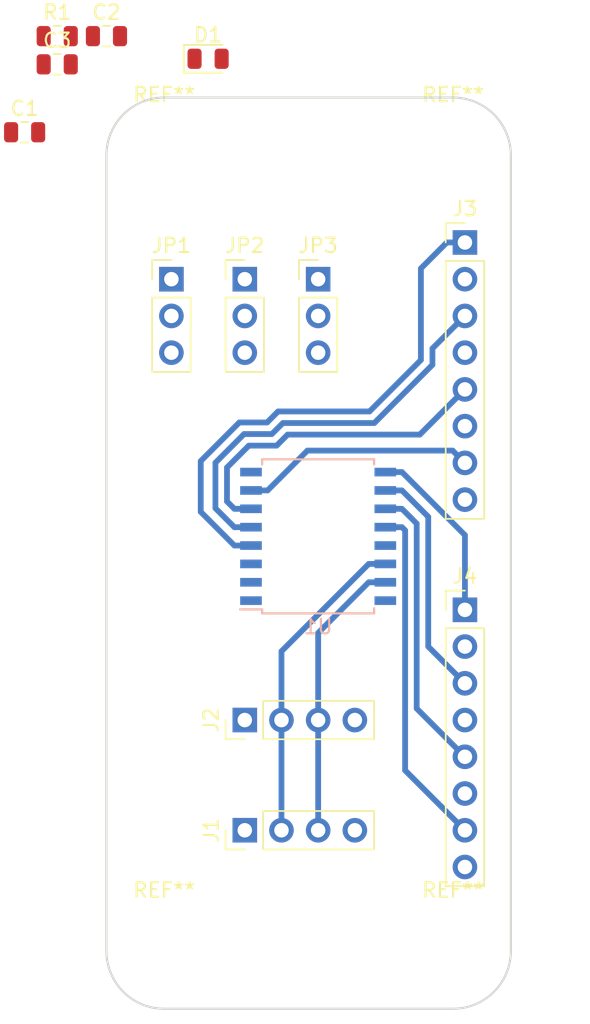
<source format=kicad_pcb>
(kicad_pcb (version 20171130) (host pcbnew "(5.0.1-34-g9610f8f20)")

  (general
    (thickness 1.6)
    (drawings 8)
    (tracks 59)
    (zones 0)
    (modules 17)
    (nets 18)
  )

  (page A4)
  (layers
    (0 F.Cu signal)
    (31 B.Cu signal)
    (32 B.Adhes user)
    (33 F.Adhes user)
    (34 B.Paste user)
    (35 F.Paste user)
    (36 B.SilkS user)
    (37 F.SilkS user)
    (38 B.Mask user)
    (39 F.Mask user)
    (40 Dwgs.User user)
    (41 Cmts.User user)
    (42 Eco1.User user)
    (43 Eco2.User user)
    (44 Edge.Cuts user)
    (45 Margin user)
    (46 B.CrtYd user)
    (47 F.CrtYd user)
    (48 B.Fab user)
    (49 F.Fab user)
  )

  (setup
    (last_trace_width 0.4)
    (user_trace_width 1)
    (user_trace_width 2)
    (user_trace_width 4)
    (trace_clearance 0.4)
    (zone_clearance 0.508)
    (zone_45_only no)
    (trace_min 0.4)
    (segment_width 0.2)
    (edge_width 0.15)
    (via_size 1.2)
    (via_drill 0.6)
    (via_min_size 1.2)
    (via_min_drill 0.6)
    (user_via 1.5 0.6)
    (uvia_size 0.3)
    (uvia_drill 0.1)
    (uvias_allowed no)
    (uvia_min_size 0.2)
    (uvia_min_drill 0.1)
    (pcb_text_width 0.3)
    (pcb_text_size 1.5 1.5)
    (mod_edge_width 0.15)
    (mod_text_size 1 1)
    (mod_text_width 0.15)
    (pad_size 1.524 1.524)
    (pad_drill 0.762)
    (pad_to_mask_clearance 0.051)
    (solder_mask_min_width 0.25)
    (aux_axis_origin 0 0)
    (visible_elements FFFFFF7F)
    (pcbplotparams
      (layerselection 0x010fc_ffffffff)
      (usegerberextensions false)
      (usegerberattributes false)
      (usegerberadvancedattributes false)
      (creategerberjobfile false)
      (excludeedgelayer true)
      (linewidth 0.100000)
      (plotframeref false)
      (viasonmask false)
      (mode 1)
      (useauxorigin false)
      (hpglpennumber 1)
      (hpglpenspeed 20)
      (hpglpendiameter 15.000000)
      (psnegative false)
      (psa4output false)
      (plotreference true)
      (plotvalue true)
      (plotinvisibletext false)
      (padsonsilk false)
      (subtractmaskfromsilk false)
      (outputformat 1)
      (mirror false)
      (drillshape 1)
      (scaleselection 1)
      (outputdirectory ""))
  )

  (net 0 "")
  (net 1 +5V)
  (net 2 "Net-(D1-Pad2)")
  (net 3 /A0)
  (net 4 /A1)
  (net 5 /A2)
  (net 6 "Net-(J3-Pad1)")
  (net 7 "Net-(J3-Pad3)")
  (net 8 "Net-(J3-Pad5)")
  (net 9 "Net-(J3-Pad7)")
  (net 10 GND)
  (net 11 "Net-(J4-Pad1)")
  (net 12 "Net-(J4-Pad3)")
  (net 13 "Net-(J4-Pad5)")
  (net 14 "Net-(J4-Pad7)")
  (net 15 "Net-(U1-Pad13)")
  (net 16 /I2C_SCL)
  (net 17 /I2C_SDA)

  (net_class Default "This is the default net class."
    (clearance 0.4)
    (trace_width 0.4)
    (via_dia 1.2)
    (via_drill 0.6)
    (uvia_dia 0.3)
    (uvia_drill 0.1)
    (diff_pair_gap 0.4)
    (diff_pair_width 0.4)
    (add_net +5V)
    (add_net /A0)
    (add_net /A1)
    (add_net /A2)
    (add_net /I2C_SCL)
    (add_net /I2C_SDA)
    (add_net GND)
    (add_net "Net-(D1-Pad2)")
    (add_net "Net-(J3-Pad1)")
    (add_net "Net-(J3-Pad3)")
    (add_net "Net-(J3-Pad5)")
    (add_net "Net-(J3-Pad7)")
    (add_net "Net-(J4-Pad1)")
    (add_net "Net-(J4-Pad3)")
    (add_net "Net-(J4-Pad5)")
    (add_net "Net-(J4-Pad7)")
    (add_net "Net-(U1-Pad13)")
  )

  (module MountingHole:MountingHole_3.2mm_M3 (layer F.Cu) (tedit 56D1B4CB) (tstamp 5C182993)
    (at 63 27)
    (descr "Mounting Hole 3.2mm, no annular, M3")
    (tags "mounting hole 3.2mm no annular m3")
    (attr virtual)
    (fp_text reference REF** (at 0 -4.2) (layer F.SilkS)
      (effects (font (size 1 1) (thickness 0.15)))
    )
    (fp_text value MountingHole_3.2mm_M3 (at 0 4.2) (layer F.Fab)
      (effects (font (size 1 1) (thickness 0.15)))
    )
    (fp_text user %R (at 0.3 0) (layer F.Fab)
      (effects (font (size 1 1) (thickness 0.15)))
    )
    (fp_circle (center 0 0) (end 3.2 0) (layer Cmts.User) (width 0.15))
    (fp_circle (center 0 0) (end 3.45 0) (layer F.CrtYd) (width 0.05))
    (pad 1 np_thru_hole circle (at 0 0) (size 3.2 3.2) (drill 3.2) (layers *.Cu *.Mask))
  )

  (module MountingHole:MountingHole_3.2mm_M3 (layer F.Cu) (tedit 56D1B4CB) (tstamp 5C18298C)
    (at 83 27)
    (descr "Mounting Hole 3.2mm, no annular, M3")
    (tags "mounting hole 3.2mm no annular m3")
    (attr virtual)
    (fp_text reference REF** (at 0 -4.2) (layer F.SilkS)
      (effects (font (size 1 1) (thickness 0.15)))
    )
    (fp_text value MountingHole_3.2mm_M3 (at 0 4.2) (layer F.Fab)
      (effects (font (size 1 1) (thickness 0.15)))
    )
    (fp_circle (center 0 0) (end 3.45 0) (layer F.CrtYd) (width 0.05))
    (fp_circle (center 0 0) (end 3.2 0) (layer Cmts.User) (width 0.15))
    (fp_text user %R (at 0.3 0) (layer F.Fab)
      (effects (font (size 1 1) (thickness 0.15)))
    )
    (pad 1 np_thru_hole circle (at 0 0) (size 3.2 3.2) (drill 3.2) (layers *.Cu *.Mask))
  )

  (module MountingHole:MountingHole_3.2mm_M3 (layer F.Cu) (tedit 56D1B4CB) (tstamp 5C18297D)
    (at 83 82)
    (descr "Mounting Hole 3.2mm, no annular, M3")
    (tags "mounting hole 3.2mm no annular m3")
    (attr virtual)
    (fp_text reference REF** (at 0 -4.2) (layer F.SilkS)
      (effects (font (size 1 1) (thickness 0.15)))
    )
    (fp_text value MountingHole_3.2mm_M3 (at 0 4.2) (layer F.Fab)
      (effects (font (size 1 1) (thickness 0.15)))
    )
    (fp_text user %R (at 0.3 0) (layer F.Fab)
      (effects (font (size 1 1) (thickness 0.15)))
    )
    (fp_circle (center 0 0) (end 3.2 0) (layer Cmts.User) (width 0.15))
    (fp_circle (center 0 0) (end 3.45 0) (layer F.CrtYd) (width 0.05))
    (pad 1 np_thru_hole circle (at 0 0) (size 3.2 3.2) (drill 3.2) (layers *.Cu *.Mask))
  )

  (module Capacitor_SMD:C_0805_2012Metric (layer F.Cu) (tedit 5B36C52B) (tstamp 5C181D1E)
    (at 55.595001 20.705001)
    (descr "Capacitor SMD 0805 (2012 Metric), square (rectangular) end terminal, IPC_7351 nominal, (Body size source: https://docs.google.com/spreadsheets/d/1BsfQQcO9C6DZCsRaXUlFlo91Tg2WpOkGARC1WS5S8t0/edit?usp=sharing), generated with kicad-footprint-generator")
    (tags capacitor)
    (path /5C14A310)
    (attr smd)
    (fp_text reference C3 (at 0 -1.65) (layer F.SilkS)
      (effects (font (size 1 1) (thickness 0.15)))
    )
    (fp_text value 1u (at 0 1.65) (layer F.Fab)
      (effects (font (size 1 1) (thickness 0.15)))
    )
    (fp_line (start -1 0.6) (end -1 -0.6) (layer F.Fab) (width 0.1))
    (fp_line (start -1 -0.6) (end 1 -0.6) (layer F.Fab) (width 0.1))
    (fp_line (start 1 -0.6) (end 1 0.6) (layer F.Fab) (width 0.1))
    (fp_line (start 1 0.6) (end -1 0.6) (layer F.Fab) (width 0.1))
    (fp_line (start -0.258578 -0.71) (end 0.258578 -0.71) (layer F.SilkS) (width 0.12))
    (fp_line (start -0.258578 0.71) (end 0.258578 0.71) (layer F.SilkS) (width 0.12))
    (fp_line (start -1.68 0.95) (end -1.68 -0.95) (layer F.CrtYd) (width 0.05))
    (fp_line (start -1.68 -0.95) (end 1.68 -0.95) (layer F.CrtYd) (width 0.05))
    (fp_line (start 1.68 -0.95) (end 1.68 0.95) (layer F.CrtYd) (width 0.05))
    (fp_line (start 1.68 0.95) (end -1.68 0.95) (layer F.CrtYd) (width 0.05))
    (fp_text user %R (at 0 0) (layer F.Fab)
      (effects (font (size 0.5 0.5) (thickness 0.08)))
    )
    (pad 1 smd roundrect (at -0.9375 0) (size 0.975 1.4) (layers F.Cu F.Paste F.Mask) (roundrect_rratio 0.25)
      (net 1 +5V))
    (pad 2 smd roundrect (at 0.9375 0) (size 0.975 1.4) (layers F.Cu F.Paste F.Mask) (roundrect_rratio 0.25)
      (net 10 GND))
    (model ${KISYS3DMOD}/Capacitor_SMD.3dshapes/C_0805_2012Metric.wrl
      (at (xyz 0 0 0))
      (scale (xyz 1 1 1))
      (rotate (xyz 0 0 0))
    )
  )

  (module Capacitor_SMD:C_0805_2012Metric (layer F.Cu) (tedit 5B36C52B) (tstamp 5C181D0D)
    (at 59.005001 18.755001)
    (descr "Capacitor SMD 0805 (2012 Metric), square (rectangular) end terminal, IPC_7351 nominal, (Body size source: https://docs.google.com/spreadsheets/d/1BsfQQcO9C6DZCsRaXUlFlo91Tg2WpOkGARC1WS5S8t0/edit?usp=sharing), generated with kicad-footprint-generator")
    (tags capacitor)
    (path /5C13685B)
    (attr smd)
    (fp_text reference C2 (at 0 -1.65) (layer F.SilkS)
      (effects (font (size 1 1) (thickness 0.15)))
    )
    (fp_text value 1u (at 0 1.65) (layer F.Fab)
      (effects (font (size 1 1) (thickness 0.15)))
    )
    (fp_text user %R (at 0 0) (layer F.Fab)
      (effects (font (size 0.5 0.5) (thickness 0.08)))
    )
    (fp_line (start 1.68 0.95) (end -1.68 0.95) (layer F.CrtYd) (width 0.05))
    (fp_line (start 1.68 -0.95) (end 1.68 0.95) (layer F.CrtYd) (width 0.05))
    (fp_line (start -1.68 -0.95) (end 1.68 -0.95) (layer F.CrtYd) (width 0.05))
    (fp_line (start -1.68 0.95) (end -1.68 -0.95) (layer F.CrtYd) (width 0.05))
    (fp_line (start -0.258578 0.71) (end 0.258578 0.71) (layer F.SilkS) (width 0.12))
    (fp_line (start -0.258578 -0.71) (end 0.258578 -0.71) (layer F.SilkS) (width 0.12))
    (fp_line (start 1 0.6) (end -1 0.6) (layer F.Fab) (width 0.1))
    (fp_line (start 1 -0.6) (end 1 0.6) (layer F.Fab) (width 0.1))
    (fp_line (start -1 -0.6) (end 1 -0.6) (layer F.Fab) (width 0.1))
    (fp_line (start -1 0.6) (end -1 -0.6) (layer F.Fab) (width 0.1))
    (pad 2 smd roundrect (at 0.9375 0) (size 0.975 1.4) (layers F.Cu F.Paste F.Mask) (roundrect_rratio 0.25)
      (net 10 GND))
    (pad 1 smd roundrect (at -0.9375 0) (size 0.975 1.4) (layers F.Cu F.Paste F.Mask) (roundrect_rratio 0.25)
      (net 1 +5V))
    (model ${KISYS3DMOD}/Capacitor_SMD.3dshapes/C_0805_2012Metric.wrl
      (at (xyz 0 0 0))
      (scale (xyz 1 1 1))
      (rotate (xyz 0 0 0))
    )
  )

  (module Capacitor_SMD:C_0805_2012Metric (layer F.Cu) (tedit 5B36C52B) (tstamp 5C181CFC)
    (at 53.34 25.4)
    (descr "Capacitor SMD 0805 (2012 Metric), square (rectangular) end terminal, IPC_7351 nominal, (Body size source: https://docs.google.com/spreadsheets/d/1BsfQQcO9C6DZCsRaXUlFlo91Tg2WpOkGARC1WS5S8t0/edit?usp=sharing), generated with kicad-footprint-generator")
    (tags capacitor)
    (path /5C1366CF)
    (attr smd)
    (fp_text reference C1 (at 0 -1.65) (layer F.SilkS)
      (effects (font (size 1 1) (thickness 0.15)))
    )
    (fp_text value 1u (at 0 1.65) (layer F.Fab)
      (effects (font (size 1 1) (thickness 0.15)))
    )
    (fp_line (start -1 0.6) (end -1 -0.6) (layer F.Fab) (width 0.1))
    (fp_line (start -1 -0.6) (end 1 -0.6) (layer F.Fab) (width 0.1))
    (fp_line (start 1 -0.6) (end 1 0.6) (layer F.Fab) (width 0.1))
    (fp_line (start 1 0.6) (end -1 0.6) (layer F.Fab) (width 0.1))
    (fp_line (start -0.258578 -0.71) (end 0.258578 -0.71) (layer F.SilkS) (width 0.12))
    (fp_line (start -0.258578 0.71) (end 0.258578 0.71) (layer F.SilkS) (width 0.12))
    (fp_line (start -1.68 0.95) (end -1.68 -0.95) (layer F.CrtYd) (width 0.05))
    (fp_line (start -1.68 -0.95) (end 1.68 -0.95) (layer F.CrtYd) (width 0.05))
    (fp_line (start 1.68 -0.95) (end 1.68 0.95) (layer F.CrtYd) (width 0.05))
    (fp_line (start 1.68 0.95) (end -1.68 0.95) (layer F.CrtYd) (width 0.05))
    (fp_text user %R (at 0 0) (layer F.Fab)
      (effects (font (size 0.5 0.5) (thickness 0.08)))
    )
    (pad 1 smd roundrect (at -0.9375 0) (size 0.975 1.4) (layers F.Cu F.Paste F.Mask) (roundrect_rratio 0.25)
      (net 1 +5V))
    (pad 2 smd roundrect (at 0.9375 0) (size 0.975 1.4) (layers F.Cu F.Paste F.Mask) (roundrect_rratio 0.25)
      (net 10 GND))
    (model ${KISYS3DMOD}/Capacitor_SMD.3dshapes/C_0805_2012Metric.wrl
      (at (xyz 0 0 0))
      (scale (xyz 1 1 1))
      (rotate (xyz 0 0 0))
    )
  )

  (module Connector_PinHeader_2.54mm:PinHeader_1x03_P2.54mm_Vertical (layer F.Cu) (tedit 59FED5CC) (tstamp 5C183527)
    (at 73.66 35.56)
    (descr "Through hole straight pin header, 1x03, 2.54mm pitch, single row")
    (tags "Through hole pin header THT 1x03 2.54mm single row")
    (path /5C14BB93)
    (fp_text reference JP3 (at 0 -2.33) (layer F.SilkS)
      (effects (font (size 1 1) (thickness 0.15)))
    )
    (fp_text value JP (at 0 7.41) (layer F.Fab)
      (effects (font (size 1 1) (thickness 0.15)))
    )
    (fp_text user %R (at 0 2.54 90) (layer F.Fab)
      (effects (font (size 1 1) (thickness 0.15)))
    )
    (fp_line (start 1.8 -1.8) (end -1.8 -1.8) (layer F.CrtYd) (width 0.05))
    (fp_line (start 1.8 6.85) (end 1.8 -1.8) (layer F.CrtYd) (width 0.05))
    (fp_line (start -1.8 6.85) (end 1.8 6.85) (layer F.CrtYd) (width 0.05))
    (fp_line (start -1.8 -1.8) (end -1.8 6.85) (layer F.CrtYd) (width 0.05))
    (fp_line (start -1.33 -1.33) (end 0 -1.33) (layer F.SilkS) (width 0.12))
    (fp_line (start -1.33 0) (end -1.33 -1.33) (layer F.SilkS) (width 0.12))
    (fp_line (start -1.33 1.27) (end 1.33 1.27) (layer F.SilkS) (width 0.12))
    (fp_line (start 1.33 1.27) (end 1.33 6.41) (layer F.SilkS) (width 0.12))
    (fp_line (start -1.33 1.27) (end -1.33 6.41) (layer F.SilkS) (width 0.12))
    (fp_line (start -1.33 6.41) (end 1.33 6.41) (layer F.SilkS) (width 0.12))
    (fp_line (start -1.27 -0.635) (end -0.635 -1.27) (layer F.Fab) (width 0.1))
    (fp_line (start -1.27 6.35) (end -1.27 -0.635) (layer F.Fab) (width 0.1))
    (fp_line (start 1.27 6.35) (end -1.27 6.35) (layer F.Fab) (width 0.1))
    (fp_line (start 1.27 -1.27) (end 1.27 6.35) (layer F.Fab) (width 0.1))
    (fp_line (start -0.635 -1.27) (end 1.27 -1.27) (layer F.Fab) (width 0.1))
    (pad 3 thru_hole oval (at 0 5.08) (size 1.7 1.7) (drill 1) (layers *.Cu *.Mask)
      (net 1 +5V))
    (pad 2 thru_hole oval (at 0 2.54) (size 1.7 1.7) (drill 1) (layers *.Cu *.Mask)
      (net 5 /A2))
    (pad 1 thru_hole rect (at 0 0) (size 1.7 1.7) (drill 1) (layers *.Cu *.Mask)
      (net 10 GND))
    (model ${KISYS3DMOD}/Connector_PinHeader_2.54mm.3dshapes/PinHeader_1x03_P2.54mm_Vertical.wrl
      (at (xyz 0 0 0))
      (scale (xyz 1 1 1))
      (rotate (xyz 0 0 0))
    )
  )

  (module Connector_PinHeader_2.54mm:PinHeader_1x03_P2.54mm_Vertical (layer F.Cu) (tedit 59FED5CC) (tstamp 5C1834E5)
    (at 68.58 35.56)
    (descr "Through hole straight pin header, 1x03, 2.54mm pitch, single row")
    (tags "Through hole pin header THT 1x03 2.54mm single row")
    (path /5C14BB51)
    (fp_text reference JP2 (at 0 -2.33) (layer F.SilkS)
      (effects (font (size 1 1) (thickness 0.15)))
    )
    (fp_text value JP (at 0 7.41) (layer F.Fab)
      (effects (font (size 1 1) (thickness 0.15)))
    )
    (fp_line (start -0.635 -1.27) (end 1.27 -1.27) (layer F.Fab) (width 0.1))
    (fp_line (start 1.27 -1.27) (end 1.27 6.35) (layer F.Fab) (width 0.1))
    (fp_line (start 1.27 6.35) (end -1.27 6.35) (layer F.Fab) (width 0.1))
    (fp_line (start -1.27 6.35) (end -1.27 -0.635) (layer F.Fab) (width 0.1))
    (fp_line (start -1.27 -0.635) (end -0.635 -1.27) (layer F.Fab) (width 0.1))
    (fp_line (start -1.33 6.41) (end 1.33 6.41) (layer F.SilkS) (width 0.12))
    (fp_line (start -1.33 1.27) (end -1.33 6.41) (layer F.SilkS) (width 0.12))
    (fp_line (start 1.33 1.27) (end 1.33 6.41) (layer F.SilkS) (width 0.12))
    (fp_line (start -1.33 1.27) (end 1.33 1.27) (layer F.SilkS) (width 0.12))
    (fp_line (start -1.33 0) (end -1.33 -1.33) (layer F.SilkS) (width 0.12))
    (fp_line (start -1.33 -1.33) (end 0 -1.33) (layer F.SilkS) (width 0.12))
    (fp_line (start -1.8 -1.8) (end -1.8 6.85) (layer F.CrtYd) (width 0.05))
    (fp_line (start -1.8 6.85) (end 1.8 6.85) (layer F.CrtYd) (width 0.05))
    (fp_line (start 1.8 6.85) (end 1.8 -1.8) (layer F.CrtYd) (width 0.05))
    (fp_line (start 1.8 -1.8) (end -1.8 -1.8) (layer F.CrtYd) (width 0.05))
    (fp_text user %R (at 0 2.54 90) (layer F.Fab)
      (effects (font (size 1 1) (thickness 0.15)))
    )
    (pad 1 thru_hole rect (at 0 0) (size 1.7 1.7) (drill 1) (layers *.Cu *.Mask)
      (net 10 GND))
    (pad 2 thru_hole oval (at 0 2.54) (size 1.7 1.7) (drill 1) (layers *.Cu *.Mask)
      (net 4 /A1))
    (pad 3 thru_hole oval (at 0 5.08) (size 1.7 1.7) (drill 1) (layers *.Cu *.Mask)
      (net 1 +5V))
    (model ${KISYS3DMOD}/Connector_PinHeader_2.54mm.3dshapes/PinHeader_1x03_P2.54mm_Vertical.wrl
      (at (xyz 0 0 0))
      (scale (xyz 1 1 1))
      (rotate (xyz 0 0 0))
    )
  )

  (module Connector_PinHeader_2.54mm:PinHeader_1x03_P2.54mm_Vertical (layer F.Cu) (tedit 59FED5CC) (tstamp 5C18356C)
    (at 63.5 35.56)
    (descr "Through hole straight pin header, 1x03, 2.54mm pitch, single row")
    (tags "Through hole pin header THT 1x03 2.54mm single row")
    (path /5C14B8FF)
    (fp_text reference JP1 (at 0 -2.33) (layer F.SilkS)
      (effects (font (size 1 1) (thickness 0.15)))
    )
    (fp_text value JP (at 0 7.41) (layer F.Fab)
      (effects (font (size 1 1) (thickness 0.15)))
    )
    (fp_text user %R (at 0 2.54 90) (layer F.Fab)
      (effects (font (size 1 1) (thickness 0.15)))
    )
    (fp_line (start 1.8 -1.8) (end -1.8 -1.8) (layer F.CrtYd) (width 0.05))
    (fp_line (start 1.8 6.85) (end 1.8 -1.8) (layer F.CrtYd) (width 0.05))
    (fp_line (start -1.8 6.85) (end 1.8 6.85) (layer F.CrtYd) (width 0.05))
    (fp_line (start -1.8 -1.8) (end -1.8 6.85) (layer F.CrtYd) (width 0.05))
    (fp_line (start -1.33 -1.33) (end 0 -1.33) (layer F.SilkS) (width 0.12))
    (fp_line (start -1.33 0) (end -1.33 -1.33) (layer F.SilkS) (width 0.12))
    (fp_line (start -1.33 1.27) (end 1.33 1.27) (layer F.SilkS) (width 0.12))
    (fp_line (start 1.33 1.27) (end 1.33 6.41) (layer F.SilkS) (width 0.12))
    (fp_line (start -1.33 1.27) (end -1.33 6.41) (layer F.SilkS) (width 0.12))
    (fp_line (start -1.33 6.41) (end 1.33 6.41) (layer F.SilkS) (width 0.12))
    (fp_line (start -1.27 -0.635) (end -0.635 -1.27) (layer F.Fab) (width 0.1))
    (fp_line (start -1.27 6.35) (end -1.27 -0.635) (layer F.Fab) (width 0.1))
    (fp_line (start 1.27 6.35) (end -1.27 6.35) (layer F.Fab) (width 0.1))
    (fp_line (start 1.27 -1.27) (end 1.27 6.35) (layer F.Fab) (width 0.1))
    (fp_line (start -0.635 -1.27) (end 1.27 -1.27) (layer F.Fab) (width 0.1))
    (pad 3 thru_hole oval (at 0 5.08) (size 1.7 1.7) (drill 1) (layers *.Cu *.Mask)
      (net 1 +5V))
    (pad 2 thru_hole oval (at 0 2.54) (size 1.7 1.7) (drill 1) (layers *.Cu *.Mask)
      (net 3 /A0))
    (pad 1 thru_hole rect (at 0 0) (size 1.7 1.7) (drill 1) (layers *.Cu *.Mask)
      (net 10 GND))
    (model ${KISYS3DMOD}/Connector_PinHeader_2.54mm.3dshapes/PinHeader_1x03_P2.54mm_Vertical.wrl
      (at (xyz 0 0 0))
      (scale (xyz 1 1 1))
      (rotate (xyz 0 0 0))
    )
  )

  (module Connector_PinHeader_2.54mm:PinHeader_1x04_P2.54mm_Vertical (layer F.Cu) (tedit 59FED5CC) (tstamp 5C181CA6)
    (at 68.58 66.04 90)
    (descr "Through hole straight pin header, 1x04, 2.54mm pitch, single row")
    (tags "Through hole pin header THT 1x04 2.54mm single row")
    (path /5C13663B)
    (fp_text reference J2 (at 0 -2.33 90) (layer F.SilkS)
      (effects (font (size 1 1) (thickness 0.15)))
    )
    (fp_text value Conn_01x04 (at 0 9.95 90) (layer F.Fab)
      (effects (font (size 1 1) (thickness 0.15)))
    )
    (fp_text user %R (at 0 3.81 180) (layer F.Fab)
      (effects (font (size 1 1) (thickness 0.15)))
    )
    (fp_line (start 1.8 -1.8) (end -1.8 -1.8) (layer F.CrtYd) (width 0.05))
    (fp_line (start 1.8 9.4) (end 1.8 -1.8) (layer F.CrtYd) (width 0.05))
    (fp_line (start -1.8 9.4) (end 1.8 9.4) (layer F.CrtYd) (width 0.05))
    (fp_line (start -1.8 -1.8) (end -1.8 9.4) (layer F.CrtYd) (width 0.05))
    (fp_line (start -1.33 -1.33) (end 0 -1.33) (layer F.SilkS) (width 0.12))
    (fp_line (start -1.33 0) (end -1.33 -1.33) (layer F.SilkS) (width 0.12))
    (fp_line (start -1.33 1.27) (end 1.33 1.27) (layer F.SilkS) (width 0.12))
    (fp_line (start 1.33 1.27) (end 1.33 8.95) (layer F.SilkS) (width 0.12))
    (fp_line (start -1.33 1.27) (end -1.33 8.95) (layer F.SilkS) (width 0.12))
    (fp_line (start -1.33 8.95) (end 1.33 8.95) (layer F.SilkS) (width 0.12))
    (fp_line (start -1.27 -0.635) (end -0.635 -1.27) (layer F.Fab) (width 0.1))
    (fp_line (start -1.27 8.89) (end -1.27 -0.635) (layer F.Fab) (width 0.1))
    (fp_line (start 1.27 8.89) (end -1.27 8.89) (layer F.Fab) (width 0.1))
    (fp_line (start 1.27 -1.27) (end 1.27 8.89) (layer F.Fab) (width 0.1))
    (fp_line (start -0.635 -1.27) (end 1.27 -1.27) (layer F.Fab) (width 0.1))
    (pad 4 thru_hole oval (at 0 7.62 90) (size 1.7 1.7) (drill 1) (layers *.Cu *.Mask)
      (net 10 GND))
    (pad 3 thru_hole oval (at 0 5.08 90) (size 1.7 1.7) (drill 1) (layers *.Cu *.Mask)
      (net 17 /I2C_SDA))
    (pad 2 thru_hole oval (at 0 2.54 90) (size 1.7 1.7) (drill 1) (layers *.Cu *.Mask)
      (net 16 /I2C_SCL))
    (pad 1 thru_hole rect (at 0 0 90) (size 1.7 1.7) (drill 1) (layers *.Cu *.Mask)
      (net 1 +5V))
    (model ${KISYS3DMOD}/Connector_PinHeader_2.54mm.3dshapes/PinHeader_1x04_P2.54mm_Vertical.wrl
      (at (xyz 0 0 0))
      (scale (xyz 1 1 1))
      (rotate (xyz 0 0 0))
    )
  )

  (module Connector_PinHeader_2.54mm:PinHeader_1x04_P2.54mm_Vertical (layer F.Cu) (tedit 59FED5CC) (tstamp 5C181C8E)
    (at 68.58 73.66 90)
    (descr "Through hole straight pin header, 1x04, 2.54mm pitch, single row")
    (tags "Through hole pin header THT 1x04 2.54mm single row")
    (path /5C1365AD)
    (fp_text reference J1 (at 0 -2.33 90) (layer F.SilkS)
      (effects (font (size 1 1) (thickness 0.15)))
    )
    (fp_text value Conn_01x04 (at 0 9.95 90) (layer F.Fab)
      (effects (font (size 1 1) (thickness 0.15)))
    )
    (fp_line (start -0.635 -1.27) (end 1.27 -1.27) (layer F.Fab) (width 0.1))
    (fp_line (start 1.27 -1.27) (end 1.27 8.89) (layer F.Fab) (width 0.1))
    (fp_line (start 1.27 8.89) (end -1.27 8.89) (layer F.Fab) (width 0.1))
    (fp_line (start -1.27 8.89) (end -1.27 -0.635) (layer F.Fab) (width 0.1))
    (fp_line (start -1.27 -0.635) (end -0.635 -1.27) (layer F.Fab) (width 0.1))
    (fp_line (start -1.33 8.95) (end 1.33 8.95) (layer F.SilkS) (width 0.12))
    (fp_line (start -1.33 1.27) (end -1.33 8.95) (layer F.SilkS) (width 0.12))
    (fp_line (start 1.33 1.27) (end 1.33 8.95) (layer F.SilkS) (width 0.12))
    (fp_line (start -1.33 1.27) (end 1.33 1.27) (layer F.SilkS) (width 0.12))
    (fp_line (start -1.33 0) (end -1.33 -1.33) (layer F.SilkS) (width 0.12))
    (fp_line (start -1.33 -1.33) (end 0 -1.33) (layer F.SilkS) (width 0.12))
    (fp_line (start -1.8 -1.8) (end -1.8 9.4) (layer F.CrtYd) (width 0.05))
    (fp_line (start -1.8 9.4) (end 1.8 9.4) (layer F.CrtYd) (width 0.05))
    (fp_line (start 1.8 9.4) (end 1.8 -1.8) (layer F.CrtYd) (width 0.05))
    (fp_line (start 1.8 -1.8) (end -1.8 -1.8) (layer F.CrtYd) (width 0.05))
    (fp_text user %R (at 0 3.81 180) (layer F.Fab)
      (effects (font (size 1 1) (thickness 0.15)))
    )
    (pad 1 thru_hole rect (at 0 0 90) (size 1.7 1.7) (drill 1) (layers *.Cu *.Mask)
      (net 1 +5V))
    (pad 2 thru_hole oval (at 0 2.54 90) (size 1.7 1.7) (drill 1) (layers *.Cu *.Mask)
      (net 16 /I2C_SCL))
    (pad 3 thru_hole oval (at 0 5.08 90) (size 1.7 1.7) (drill 1) (layers *.Cu *.Mask)
      (net 17 /I2C_SDA))
    (pad 4 thru_hole oval (at 0 7.62 90) (size 1.7 1.7) (drill 1) (layers *.Cu *.Mask)
      (net 10 GND))
    (model ${KISYS3DMOD}/Connector_PinHeader_2.54mm.3dshapes/PinHeader_1x04_P2.54mm_Vertical.wrl
      (at (xyz 0 0 0))
      (scale (xyz 1 1 1))
      (rotate (xyz 0 0 0))
    )
  )

  (module Connector_PinHeader_2.54mm:PinHeader_1x08_P2.54mm_Vertical (layer F.Cu) (tedit 59FED5CC) (tstamp 5C1836EF)
    (at 83.82 58.42)
    (descr "Through hole straight pin header, 1x08, 2.54mm pitch, single row")
    (tags "Through hole pin header THT 1x08 2.54mm single row")
    (path /5C137E6F)
    (fp_text reference J4 (at 0 -2.33) (layer F.SilkS)
      (effects (font (size 1 1) (thickness 0.15)))
    )
    (fp_text value Conn_01x08 (at 0 20.11) (layer F.Fab)
      (effects (font (size 1 1) (thickness 0.15)))
    )
    (fp_line (start -0.635 -1.27) (end 1.27 -1.27) (layer F.Fab) (width 0.1))
    (fp_line (start 1.27 -1.27) (end 1.27 19.05) (layer F.Fab) (width 0.1))
    (fp_line (start 1.27 19.05) (end -1.27 19.05) (layer F.Fab) (width 0.1))
    (fp_line (start -1.27 19.05) (end -1.27 -0.635) (layer F.Fab) (width 0.1))
    (fp_line (start -1.27 -0.635) (end -0.635 -1.27) (layer F.Fab) (width 0.1))
    (fp_line (start -1.33 19.11) (end 1.33 19.11) (layer F.SilkS) (width 0.12))
    (fp_line (start -1.33 1.27) (end -1.33 19.11) (layer F.SilkS) (width 0.12))
    (fp_line (start 1.33 1.27) (end 1.33 19.11) (layer F.SilkS) (width 0.12))
    (fp_line (start -1.33 1.27) (end 1.33 1.27) (layer F.SilkS) (width 0.12))
    (fp_line (start -1.33 0) (end -1.33 -1.33) (layer F.SilkS) (width 0.12))
    (fp_line (start -1.33 -1.33) (end 0 -1.33) (layer F.SilkS) (width 0.12))
    (fp_line (start -1.8 -1.8) (end -1.8 19.55) (layer F.CrtYd) (width 0.05))
    (fp_line (start -1.8 19.55) (end 1.8 19.55) (layer F.CrtYd) (width 0.05))
    (fp_line (start 1.8 19.55) (end 1.8 -1.8) (layer F.CrtYd) (width 0.05))
    (fp_line (start 1.8 -1.8) (end -1.8 -1.8) (layer F.CrtYd) (width 0.05))
    (fp_text user %R (at 0 8.89 90) (layer F.Fab)
      (effects (font (size 1 1) (thickness 0.15)))
    )
    (pad 1 thru_hole rect (at 0 0) (size 1.7 1.7) (drill 1) (layers *.Cu *.Mask)
      (net 11 "Net-(J4-Pad1)"))
    (pad 2 thru_hole oval (at 0 2.54) (size 1.7 1.7) (drill 1) (layers *.Cu *.Mask)
      (net 10 GND))
    (pad 3 thru_hole oval (at 0 5.08) (size 1.7 1.7) (drill 1) (layers *.Cu *.Mask)
      (net 12 "Net-(J4-Pad3)"))
    (pad 4 thru_hole oval (at 0 7.62) (size 1.7 1.7) (drill 1) (layers *.Cu *.Mask)
      (net 10 GND))
    (pad 5 thru_hole oval (at 0 10.16) (size 1.7 1.7) (drill 1) (layers *.Cu *.Mask)
      (net 13 "Net-(J4-Pad5)"))
    (pad 6 thru_hole oval (at 0 12.7) (size 1.7 1.7) (drill 1) (layers *.Cu *.Mask)
      (net 10 GND))
    (pad 7 thru_hole oval (at 0 15.24) (size 1.7 1.7) (drill 1) (layers *.Cu *.Mask)
      (net 14 "Net-(J4-Pad7)"))
    (pad 8 thru_hole oval (at 0 17.78) (size 1.7 1.7) (drill 1) (layers *.Cu *.Mask)
      (net 10 GND))
    (model ${KISYS3DMOD}/Connector_PinHeader_2.54mm.3dshapes/PinHeader_1x08_P2.54mm_Vertical.wrl
      (at (xyz 0 0 0))
      (scale (xyz 1 1 1))
      (rotate (xyz 0 0 0))
    )
  )

  (module Connector_PinHeader_2.54mm:PinHeader_1x08_P2.54mm_Vertical (layer F.Cu) (tedit 59FED5CC) (tstamp 5C181C5A)
    (at 83.82 33.02)
    (descr "Through hole straight pin header, 1x08, 2.54mm pitch, single row")
    (tags "Through hole pin header THT 1x08 2.54mm single row")
    (path /5C137E23)
    (fp_text reference J3 (at 0 -2.33) (layer F.SilkS)
      (effects (font (size 1 1) (thickness 0.15)))
    )
    (fp_text value Conn_01x08 (at 0 20.11) (layer F.Fab)
      (effects (font (size 1 1) (thickness 0.15)))
    )
    (fp_line (start -0.635 -1.27) (end 1.27 -1.27) (layer F.Fab) (width 0.1))
    (fp_line (start 1.27 -1.27) (end 1.27 19.05) (layer F.Fab) (width 0.1))
    (fp_line (start 1.27 19.05) (end -1.27 19.05) (layer F.Fab) (width 0.1))
    (fp_line (start -1.27 19.05) (end -1.27 -0.635) (layer F.Fab) (width 0.1))
    (fp_line (start -1.27 -0.635) (end -0.635 -1.27) (layer F.Fab) (width 0.1))
    (fp_line (start -1.33 19.11) (end 1.33 19.11) (layer F.SilkS) (width 0.12))
    (fp_line (start -1.33 1.27) (end -1.33 19.11) (layer F.SilkS) (width 0.12))
    (fp_line (start 1.33 1.27) (end 1.33 19.11) (layer F.SilkS) (width 0.12))
    (fp_line (start -1.33 1.27) (end 1.33 1.27) (layer F.SilkS) (width 0.12))
    (fp_line (start -1.33 0) (end -1.33 -1.33) (layer F.SilkS) (width 0.12))
    (fp_line (start -1.33 -1.33) (end 0 -1.33) (layer F.SilkS) (width 0.12))
    (fp_line (start -1.8 -1.8) (end -1.8 19.55) (layer F.CrtYd) (width 0.05))
    (fp_line (start -1.8 19.55) (end 1.8 19.55) (layer F.CrtYd) (width 0.05))
    (fp_line (start 1.8 19.55) (end 1.8 -1.8) (layer F.CrtYd) (width 0.05))
    (fp_line (start 1.8 -1.8) (end -1.8 -1.8) (layer F.CrtYd) (width 0.05))
    (fp_text user %R (at 0 8.89 90) (layer F.Fab)
      (effects (font (size 1 1) (thickness 0.15)))
    )
    (pad 1 thru_hole rect (at 0 0) (size 1.7 1.7) (drill 1) (layers *.Cu *.Mask)
      (net 6 "Net-(J3-Pad1)"))
    (pad 2 thru_hole oval (at 0 2.54) (size 1.7 1.7) (drill 1) (layers *.Cu *.Mask)
      (net 10 GND))
    (pad 3 thru_hole oval (at 0 5.08) (size 1.7 1.7) (drill 1) (layers *.Cu *.Mask)
      (net 7 "Net-(J3-Pad3)"))
    (pad 4 thru_hole oval (at 0 7.62) (size 1.7 1.7) (drill 1) (layers *.Cu *.Mask)
      (net 10 GND))
    (pad 5 thru_hole oval (at 0 10.16) (size 1.7 1.7) (drill 1) (layers *.Cu *.Mask)
      (net 8 "Net-(J3-Pad5)"))
    (pad 6 thru_hole oval (at 0 12.7) (size 1.7 1.7) (drill 1) (layers *.Cu *.Mask)
      (net 10 GND))
    (pad 7 thru_hole oval (at 0 15.24) (size 1.7 1.7) (drill 1) (layers *.Cu *.Mask)
      (net 9 "Net-(J3-Pad7)"))
    (pad 8 thru_hole oval (at 0 17.78) (size 1.7 1.7) (drill 1) (layers *.Cu *.Mask)
      (net 10 GND))
    (model ${KISYS3DMOD}/Connector_PinHeader_2.54mm.3dshapes/PinHeader_1x08_P2.54mm_Vertical.wrl
      (at (xyz 0 0 0))
      (scale (xyz 1 1 1))
      (rotate (xyz 0 0 0))
    )
  )

  (module LED_SMD:LED_0805_2012Metric (layer F.Cu) (tedit 5B36C52C) (tstamp 5C181C3E)
    (at 66.04 20.32)
    (descr "LED SMD 0805 (2012 Metric), square (rectangular) end terminal, IPC_7351 nominal, (Body size source: https://docs.google.com/spreadsheets/d/1BsfQQcO9C6DZCsRaXUlFlo91Tg2WpOkGARC1WS5S8t0/edit?usp=sharing), generated with kicad-footprint-generator")
    (tags diode)
    (path /5C14A5E6)
    (attr smd)
    (fp_text reference D1 (at 0 -1.65) (layer F.SilkS)
      (effects (font (size 1 1) (thickness 0.15)))
    )
    (fp_text value LED (at 0 1.65) (layer F.Fab)
      (effects (font (size 1 1) (thickness 0.15)))
    )
    (fp_line (start 1 -0.6) (end -0.7 -0.6) (layer F.Fab) (width 0.1))
    (fp_line (start -0.7 -0.6) (end -1 -0.3) (layer F.Fab) (width 0.1))
    (fp_line (start -1 -0.3) (end -1 0.6) (layer F.Fab) (width 0.1))
    (fp_line (start -1 0.6) (end 1 0.6) (layer F.Fab) (width 0.1))
    (fp_line (start 1 0.6) (end 1 -0.6) (layer F.Fab) (width 0.1))
    (fp_line (start 1 -0.96) (end -1.685 -0.96) (layer F.SilkS) (width 0.12))
    (fp_line (start -1.685 -0.96) (end -1.685 0.96) (layer F.SilkS) (width 0.12))
    (fp_line (start -1.685 0.96) (end 1 0.96) (layer F.SilkS) (width 0.12))
    (fp_line (start -1.68 0.95) (end -1.68 -0.95) (layer F.CrtYd) (width 0.05))
    (fp_line (start -1.68 -0.95) (end 1.68 -0.95) (layer F.CrtYd) (width 0.05))
    (fp_line (start 1.68 -0.95) (end 1.68 0.95) (layer F.CrtYd) (width 0.05))
    (fp_line (start 1.68 0.95) (end -1.68 0.95) (layer F.CrtYd) (width 0.05))
    (fp_text user %R (at 0 0) (layer F.Fab)
      (effects (font (size 0.5 0.5) (thickness 0.08)))
    )
    (pad 1 smd roundrect (at -0.9375 0) (size 0.975 1.4) (layers F.Cu F.Paste F.Mask) (roundrect_rratio 0.25)
      (net 10 GND))
    (pad 2 smd roundrect (at 0.9375 0) (size 0.975 1.4) (layers F.Cu F.Paste F.Mask) (roundrect_rratio 0.25)
      (net 2 "Net-(D1-Pad2)"))
    (model ${KISYS3DMOD}/LED_SMD.3dshapes/LED_0805_2012Metric.wrl
      (at (xyz 0 0 0))
      (scale (xyz 1 1 1))
      (rotate (xyz 0 0 0))
    )
  )

  (module Package_SO:SOIC-16W_7.5x10.3mm_P1.27mm (layer B.Cu) (tedit 5A02F2D3) (tstamp 5C181C2B)
    (at 73.66 53.34)
    (descr "16-Lead Plastic Small Outline (SO) - Wide, 7.50 mm Body [SOIC] (see Microchip Packaging Specification 00000049BS.pdf)")
    (tags "SOIC 1.27")
    (path /5C136DFE)
    (attr smd)
    (fp_text reference U1 (at 0 6.25) (layer B.SilkS)
      (effects (font (size 1 1) (thickness 0.15)) (justify mirror))
    )
    (fp_text value PCF8574 (at 0 -6.25) (layer B.Fab)
      (effects (font (size 1 1) (thickness 0.15)) (justify mirror))
    )
    (fp_text user %R (at 0 0) (layer B.Fab)
      (effects (font (size 1 1) (thickness 0.15)) (justify mirror))
    )
    (fp_line (start -2.75 5.15) (end 3.75 5.15) (layer B.Fab) (width 0.15))
    (fp_line (start 3.75 5.15) (end 3.75 -5.15) (layer B.Fab) (width 0.15))
    (fp_line (start 3.75 -5.15) (end -3.75 -5.15) (layer B.Fab) (width 0.15))
    (fp_line (start -3.75 -5.15) (end -3.75 4.15) (layer B.Fab) (width 0.15))
    (fp_line (start -3.75 4.15) (end -2.75 5.15) (layer B.Fab) (width 0.15))
    (fp_line (start -5.65 5.5) (end -5.65 -5.5) (layer B.CrtYd) (width 0.05))
    (fp_line (start 5.65 5.5) (end 5.65 -5.5) (layer B.CrtYd) (width 0.05))
    (fp_line (start -5.65 5.5) (end 5.65 5.5) (layer B.CrtYd) (width 0.05))
    (fp_line (start -5.65 -5.5) (end 5.65 -5.5) (layer B.CrtYd) (width 0.05))
    (fp_line (start -3.875 5.325) (end -3.875 5.05) (layer B.SilkS) (width 0.15))
    (fp_line (start 3.875 5.325) (end 3.875 4.97) (layer B.SilkS) (width 0.15))
    (fp_line (start 3.875 -5.325) (end 3.875 -4.97) (layer B.SilkS) (width 0.15))
    (fp_line (start -3.875 -5.325) (end -3.875 -4.97) (layer B.SilkS) (width 0.15))
    (fp_line (start -3.875 5.325) (end 3.875 5.325) (layer B.SilkS) (width 0.15))
    (fp_line (start -3.875 -5.325) (end 3.875 -5.325) (layer B.SilkS) (width 0.15))
    (fp_line (start -3.875 5.05) (end -5.4 5.05) (layer B.SilkS) (width 0.15))
    (pad 1 smd rect (at -4.65 4.445) (size 1.5 0.6) (layers B.Cu B.Paste B.Mask)
      (net 3 /A0))
    (pad 2 smd rect (at -4.65 3.175) (size 1.5 0.6) (layers B.Cu B.Paste B.Mask)
      (net 4 /A1))
    (pad 3 smd rect (at -4.65 1.905) (size 1.5 0.6) (layers B.Cu B.Paste B.Mask)
      (net 5 /A2))
    (pad 4 smd rect (at -4.65 0.635) (size 1.5 0.6) (layers B.Cu B.Paste B.Mask)
      (net 6 "Net-(J3-Pad1)"))
    (pad 5 smd rect (at -4.65 -0.635) (size 1.5 0.6) (layers B.Cu B.Paste B.Mask)
      (net 7 "Net-(J3-Pad3)"))
    (pad 6 smd rect (at -4.65 -1.905) (size 1.5 0.6) (layers B.Cu B.Paste B.Mask)
      (net 8 "Net-(J3-Pad5)"))
    (pad 7 smd rect (at -4.65 -3.175) (size 1.5 0.6) (layers B.Cu B.Paste B.Mask)
      (net 9 "Net-(J3-Pad7)"))
    (pad 8 smd rect (at -4.65 -4.445) (size 1.5 0.6) (layers B.Cu B.Paste B.Mask)
      (net 10 GND))
    (pad 9 smd rect (at 4.65 -4.445) (size 1.5 0.6) (layers B.Cu B.Paste B.Mask)
      (net 11 "Net-(J4-Pad1)"))
    (pad 10 smd rect (at 4.65 -3.175) (size 1.5 0.6) (layers B.Cu B.Paste B.Mask)
      (net 12 "Net-(J4-Pad3)"))
    (pad 11 smd rect (at 4.65 -1.905) (size 1.5 0.6) (layers B.Cu B.Paste B.Mask)
      (net 13 "Net-(J4-Pad5)"))
    (pad 12 smd rect (at 4.65 -0.635) (size 1.5 0.6) (layers B.Cu B.Paste B.Mask)
      (net 14 "Net-(J4-Pad7)"))
    (pad 13 smd rect (at 4.65 0.635) (size 1.5 0.6) (layers B.Cu B.Paste B.Mask)
      (net 15 "Net-(U1-Pad13)"))
    (pad 14 smd rect (at 4.65 1.905) (size 1.5 0.6) (layers B.Cu B.Paste B.Mask)
      (net 16 /I2C_SCL))
    (pad 15 smd rect (at 4.65 3.175) (size 1.5 0.6) (layers B.Cu B.Paste B.Mask)
      (net 17 /I2C_SDA))
    (pad 16 smd rect (at 4.65 4.445) (size 1.5 0.6) (layers B.Cu B.Paste B.Mask)
      (net 1 +5V))
    (model ${KISYS3DMOD}/Package_SO.3dshapes/SOIC-16W_7.5x10.3mm_P1.27mm.wrl
      (at (xyz 0 0 0))
      (scale (xyz 1 1 1))
      (rotate (xyz 0 0 0))
    )
  )

  (module Resistor_SMD:R_0805_2012Metric (layer F.Cu) (tedit 5B36C52B) (tstamp 5C181C06)
    (at 55.595001 18.755001)
    (descr "Resistor SMD 0805 (2012 Metric), square (rectangular) end terminal, IPC_7351 nominal, (Body size source: https://docs.google.com/spreadsheets/d/1BsfQQcO9C6DZCsRaXUlFlo91Tg2WpOkGARC1WS5S8t0/edit?usp=sharing), generated with kicad-footprint-generator")
    (tags resistor)
    (path /5C14A6B8)
    (attr smd)
    (fp_text reference R1 (at 0 -1.65) (layer F.SilkS)
      (effects (font (size 1 1) (thickness 0.15)))
    )
    (fp_text value 220R (at 0 1.65) (layer F.Fab)
      (effects (font (size 1 1) (thickness 0.15)))
    )
    (fp_line (start -1 0.6) (end -1 -0.6) (layer F.Fab) (width 0.1))
    (fp_line (start -1 -0.6) (end 1 -0.6) (layer F.Fab) (width 0.1))
    (fp_line (start 1 -0.6) (end 1 0.6) (layer F.Fab) (width 0.1))
    (fp_line (start 1 0.6) (end -1 0.6) (layer F.Fab) (width 0.1))
    (fp_line (start -0.258578 -0.71) (end 0.258578 -0.71) (layer F.SilkS) (width 0.12))
    (fp_line (start -0.258578 0.71) (end 0.258578 0.71) (layer F.SilkS) (width 0.12))
    (fp_line (start -1.68 0.95) (end -1.68 -0.95) (layer F.CrtYd) (width 0.05))
    (fp_line (start -1.68 -0.95) (end 1.68 -0.95) (layer F.CrtYd) (width 0.05))
    (fp_line (start 1.68 -0.95) (end 1.68 0.95) (layer F.CrtYd) (width 0.05))
    (fp_line (start 1.68 0.95) (end -1.68 0.95) (layer F.CrtYd) (width 0.05))
    (fp_text user %R (at 0 0) (layer F.Fab)
      (effects (font (size 0.5 0.5) (thickness 0.08)))
    )
    (pad 1 smd roundrect (at -0.9375 0) (size 0.975 1.4) (layers F.Cu F.Paste F.Mask) (roundrect_rratio 0.25)
      (net 1 +5V))
    (pad 2 smd roundrect (at 0.9375 0) (size 0.975 1.4) (layers F.Cu F.Paste F.Mask) (roundrect_rratio 0.25)
      (net 2 "Net-(D1-Pad2)"))
    (model ${KISYS3DMOD}/Resistor_SMD.3dshapes/R_0805_2012Metric.wrl
      (at (xyz 0 0 0))
      (scale (xyz 1 1 1))
      (rotate (xyz 0 0 0))
    )
  )

  (module MountingHole:MountingHole_3.2mm_M3 (layer F.Cu) (tedit 56D1B4CB) (tstamp 5C18296A)
    (at 63 82)
    (descr "Mounting Hole 3.2mm, no annular, M3")
    (tags "mounting hole 3.2mm no annular m3")
    (attr virtual)
    (fp_text reference REF** (at 0 -4.2) (layer F.SilkS)
      (effects (font (size 1 1) (thickness 0.15)))
    )
    (fp_text value MountingHole_3.2mm_M3 (at 0 4.2) (layer F.Fab)
      (effects (font (size 1 1) (thickness 0.15)))
    )
    (fp_circle (center 0 0) (end 3.45 0) (layer F.CrtYd) (width 0.05))
    (fp_circle (center 0 0) (end 3.2 0) (layer Cmts.User) (width 0.15))
    (fp_text user %R (at 0.3 0) (layer F.Fab)
      (effects (font (size 1 1) (thickness 0.15)))
    )
    (pad 1 np_thru_hole circle (at 0 0) (size 3.2 3.2) (drill 3.2) (layers *.Cu *.Mask))
  )

  (gr_arc (start 63 82) (end 59 82) (angle -90) (layer Edge.Cuts) (width 0.15) (tstamp 5C18397C))
  (gr_arc (start 83 82) (end 83 86) (angle -90) (layer Edge.Cuts) (width 0.15) (tstamp 5C183971))
  (gr_arc (start 83 27) (end 87 27) (angle -90) (layer Edge.Cuts) (width 0.15) (tstamp 5C183961))
  (gr_arc (start 63 27) (end 63 23) (angle -90) (layer Edge.Cuts) (width 0.15))
  (gr_line (start 63 23) (end 83 23) (layer Edge.Cuts) (width 0.15))
  (gr_line (start 59 82) (end 59 27) (layer Edge.Cuts) (width 0.15))
  (gr_line (start 83 86) (end 63 86) (layer Edge.Cuts) (width 0.15))
  (gr_line (start 87 27) (end 87 82) (layer Edge.Cuts) (width 0.15))

  (segment (start 83.82 33.02) (end 82.57 33.02) (width 0.4) (layer B.Cu) (net 6))
  (segment (start 70.124 45.466) (end 68.199 45.466002) (width 0.4) (layer B.Cu) (net 6))
  (segment (start 68.199 45.466002) (end 65.532 48.133002) (width 0.4) (layer B.Cu) (net 6))
  (segment (start 67.86 53.975) (end 69.01 53.975) (width 0.4) (layer B.Cu) (net 6))
  (segment (start 65.532 51.647) (end 67.86 53.975) (width 0.4) (layer B.Cu) (net 6))
  (segment (start 65.532 48.133002) (end 65.532 51.647) (width 0.4) (layer B.Cu) (net 6))
  (segment (start 80.772 34.818) (end 80.772 41.148) (width 0.4) (layer B.Cu) (net 6))
  (segment (start 82.57 33.02) (end 80.772 34.818) (width 0.4) (layer B.Cu) (net 6))
  (segment (start 80.772 41.148) (end 77.216 44.704) (width 0.4) (layer B.Cu) (net 6) (tstamp 5C183599))
  (segment (start 77.216 44.704) (end 70.886 44.704) (width 0.4) (layer B.Cu) (net 6))
  (segment (start 70.886 44.704) (end 70.124 45.466) (width 0.4) (layer B.Cu) (net 6))
  (segment (start 66.548 51.393) (end 67.86 52.705) (width 0.4) (layer B.Cu) (net 7))
  (segment (start 68.530377 46.266011) (end 66.548 48.248388) (width 0.4) (layer B.Cu) (net 7))
  (segment (start 83.82 38.1) (end 81.572011 40.347989) (width 0.4) (layer B.Cu) (net 7))
  (segment (start 77.547376 45.50401) (end 71.217376 45.50401) (width 0.4) (layer B.Cu) (net 7))
  (segment (start 71.217376 45.50401) (end 70.455375 46.266011) (width 0.4) (layer B.Cu) (net 7))
  (segment (start 66.548 48.248388) (end 66.548 51.393) (width 0.4) (layer B.Cu) (net 7))
  (segment (start 81.57201 41.479376) (end 77.547376 45.50401) (width 0.4) (layer B.Cu) (net 7) (tstamp 5C183554))
  (segment (start 67.86 52.705) (end 69.01 52.705) (width 0.4) (layer B.Cu) (net 7))
  (segment (start 81.572011 40.347989) (end 81.57201 41.479376) (width 0.4) (layer B.Cu) (net 7))
  (segment (start 70.455375 46.266011) (end 68.530377 46.266011) (width 0.4) (layer B.Cu) (net 7))
  (segment (start 67.348011 48.579763) (end 67.348011 50.923011) (width 0.4) (layer B.Cu) (net 8))
  (segment (start 80.69598 46.30402) (end 71.548752 46.30402) (width 0.4) (layer B.Cu) (net 8))
  (segment (start 67.348011 50.923011) (end 67.86 51.435) (width 0.4) (layer B.Cu) (net 8))
  (segment (start 67.86 51.435) (end 69.01 51.435) (width 0.4) (layer B.Cu) (net 8))
  (segment (start 70.78675 47.066022) (end 68.861752 47.066022) (width 0.4) (layer B.Cu) (net 8))
  (segment (start 68.861752 47.066022) (end 67.348011 48.579763) (width 0.4) (layer B.Cu) (net 8))
  (segment (start 71.548752 46.30402) (end 70.78675 47.066022) (width 0.4) (layer B.Cu) (net 8))
  (segment (start 83.82 43.18) (end 80.69598 46.30402) (width 0.4) (layer B.Cu) (net 8))
  (segment (start 72.914999 47.410001) (end 70.16 50.165) (width 0.4) (layer B.Cu) (net 9))
  (segment (start 82.970001 47.410001) (end 72.914999 47.410001) (width 0.4) (layer B.Cu) (net 9))
  (segment (start 70.16 50.165) (end 69.01 50.165) (width 0.4) (layer B.Cu) (net 9))
  (segment (start 83.82 48.26) (end 82.970001 47.410001) (width 0.4) (layer B.Cu) (net 9))
  (segment (start 79.46 48.895) (end 78.31 48.895) (width 0.4) (layer B.Cu) (net 11))
  (segment (start 83.82 53.255) (end 79.46 48.895) (width 0.4) (layer B.Cu) (net 11))
  (segment (start 83.82 58.42) (end 83.82 53.255) (width 0.4) (layer B.Cu) (net 11))
  (segment (start 79.46 50.165) (end 78.31 50.165) (width 0.4) (layer B.Cu) (net 12))
  (segment (start 81.279997 51.984997) (end 79.46 50.165) (width 0.4) (layer B.Cu) (net 12))
  (segment (start 81.279997 60.959997) (end 81.279997 51.984997) (width 0.4) (layer B.Cu) (net 12))
  (segment (start 83.82 63.5) (end 81.279997 60.959997) (width 0.4) (layer B.Cu) (net 12))
  (segment (start 79.46 51.435) (end 78.31 51.435) (width 0.4) (layer B.Cu) (net 13))
  (segment (start 80.479986 52.454986) (end 79.46 51.435) (width 0.4) (layer B.Cu) (net 13))
  (segment (start 80.479986 65.239986) (end 80.479986 52.454986) (width 0.4) (layer B.Cu) (net 13))
  (segment (start 83.82 68.58) (end 80.479986 65.239986) (width 0.4) (layer B.Cu) (net 13))
  (segment (start 83.82 73.66) (end 79.679975 69.519975) (width 0.4) (layer B.Cu) (net 14))
  (segment (start 79.679975 69.519975) (end 79.679975 52.924975) (width 0.4) (layer B.Cu) (net 14))
  (segment (start 79.46 52.705) (end 78.31 52.705) (width 0.4) (layer B.Cu) (net 14))
  (segment (start 79.679975 52.924975) (end 79.46 52.705) (width 0.4) (layer B.Cu) (net 14))
  (segment (start 71.12 61.285) (end 71.12 64.837919) (width 0.4) (layer B.Cu) (net 16))
  (segment (start 77.16 55.245) (end 71.12 61.285) (width 0.4) (layer B.Cu) (net 16))
  (segment (start 71.12 64.837919) (end 71.12 66.04) (width 0.4) (layer B.Cu) (net 16))
  (segment (start 78.31 55.245) (end 77.16 55.245) (width 0.4) (layer B.Cu) (net 16))
  (segment (start 71.12 67.242081) (end 71.12 73.66) (width 0.4) (layer B.Cu) (net 16))
  (segment (start 71.12 66.04) (end 71.12 67.242081) (width 0.4) (layer B.Cu) (net 16))
  (segment (start 73.66 60.015) (end 73.66 64.837919) (width 0.4) (layer B.Cu) (net 17))
  (segment (start 73.66 64.837919) (end 73.66 66.04) (width 0.4) (layer B.Cu) (net 17))
  (segment (start 77.16 56.515) (end 73.66 60.015) (width 0.4) (layer B.Cu) (net 17))
  (segment (start 78.31 56.515) (end 77.16 56.515) (width 0.4) (layer B.Cu) (net 17))
  (segment (start 73.66 66.04) (end 73.66 73.66) (width 0.4) (layer B.Cu) (net 17))

)

</source>
